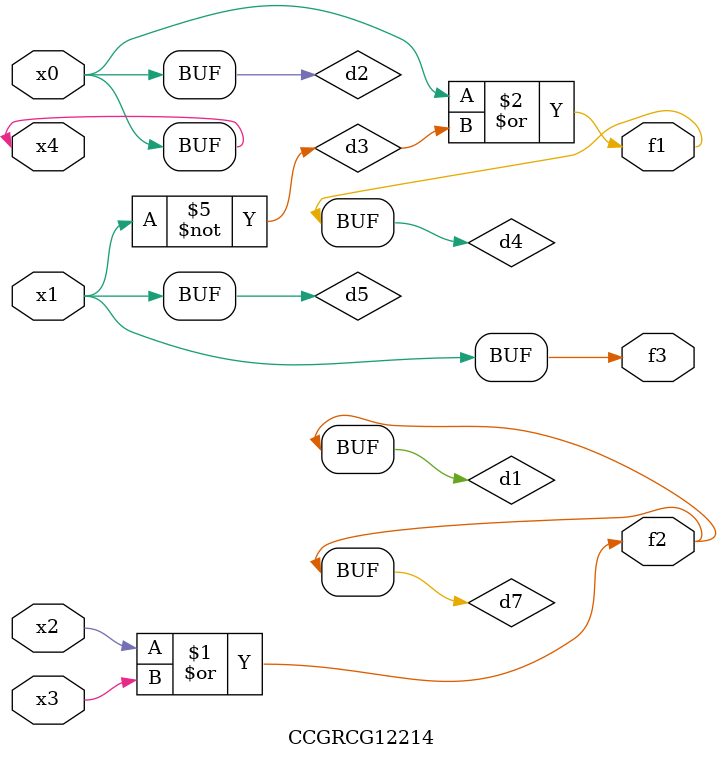
<source format=v>
module CCGRCG12214(
	input x0, x1, x2, x3, x4,
	output f1, f2, f3
);

	wire d1, d2, d3, d4, d5, d6, d7;

	or (d1, x2, x3);
	buf (d2, x0, x4);
	not (d3, x1);
	or (d4, d2, d3);
	not (d5, d3);
	nand (d6, d1, d3);
	or (d7, d1);
	assign f1 = d4;
	assign f2 = d7;
	assign f3 = d5;
endmodule

</source>
